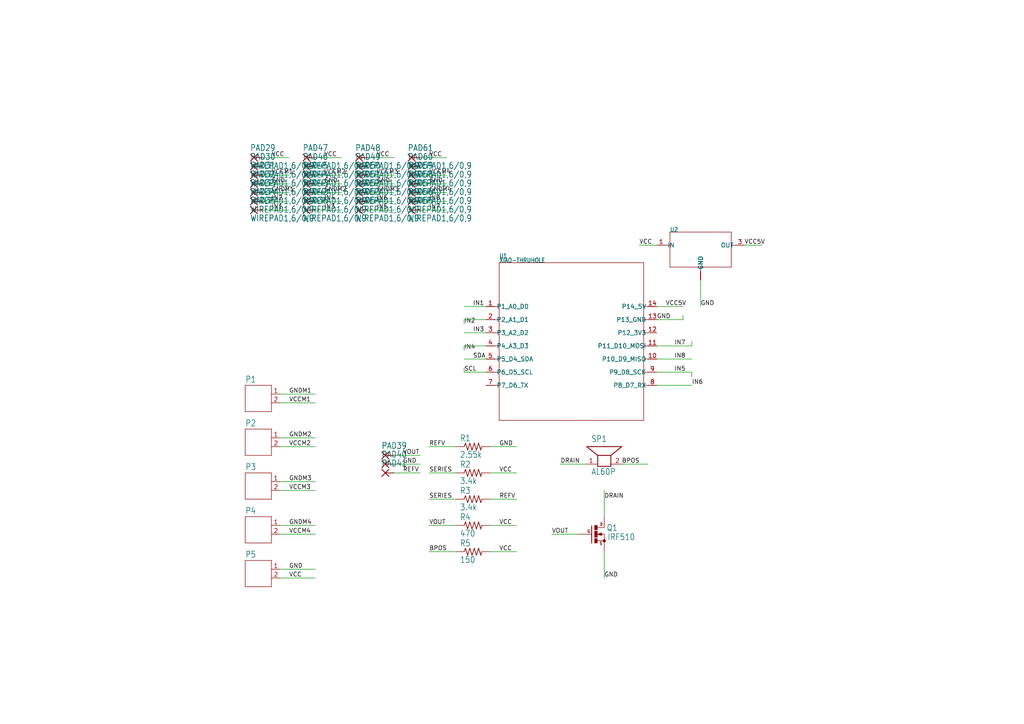
<source format=kicad_sch>
(kicad_sch (version 20230121) (generator eeschema)
  (paper "A4")
  (lib_symbols
    (symbol "uTerreSoRo_v4.1_bigger_pads_RSC-eagle-import:1,6/0,8"
      (property "Reference" "PAD" (at -1.143 1.8542 0))
      (symbol "1,6/0,8_1_0"
        (polyline (pts (xy -1.016 -1.016) (xy 1.016 1.016)) (stroke (width 0.254)))
        (polyline (pts (xy -1.016 1.016) (xy 1.016 -1.016)) (stroke (width 0.254)))
        (pin passive line (at 2.54 0 180) (length 2.54) (name "P") (number "1"))
      )
    )
    (symbol "uTerreSoRo_v4.1_bigger_pads_RSC-eagle-import:AL60P"
      (property "Reference" "SP" (at -3.81 6.35 0))
      (symbol "AL60P_1_0"
        (polyline (pts (xy -2.54 0) (xy -1.905 0)) (stroke (width 0.1524)))
        (polyline (pts (xy -1.905 -0.635) (xy -1.905 0)) (stroke (width 0.254)))
        (polyline (pts (xy -1.905 -0.635) (xy 1.905 -0.635)) (stroke (width 0.254)))
        (polyline (pts (xy -1.905 0) (xy -1.905 2.54)) (stroke (width 0.254)))
        (polyline (pts (xy -1.905 2.54) (xy -5.08 5.08)) (stroke (width 0.254)))
        (polyline (pts (xy 1.905 -0.635) (xy 1.905 0)) (stroke (width 0.254)))
        (polyline (pts (xy 1.905 0) (xy 1.905 2.54)) (stroke (width 0.254)))
        (polyline (pts (xy 1.905 2.54) (xy -1.905 2.54)) (stroke (width 0.254)))
        (polyline (pts (xy 1.905 2.54) (xy 5.08 5.08)) (stroke (width 0.254)))
        (polyline (pts (xy 2.54 0) (xy 1.905 0)) (stroke (width 0.1524)))
        (polyline (pts (xy 5.08 5.08) (xy -5.08 5.08)) (stroke (width 0.254)))
        (pin passive line (at -5.08 0 0) (length 2.54) (name "1") (number "1"))
        (pin passive line (at 5.08 0 180) (length 2.54) (name "2") (number "2"))
      )
    )
    (symbol "uTerreSoRo_v4.1_bigger_pads_RSC-eagle-import:IRF510"
      (property "Reference" "Q" (at 3.175 0.889 0))
      (symbol "IRF510_1_0"
        (rectangle (start -0.254 -2.54) (end 0.508 -1.27) (fill (type outline)))
        (rectangle (start -0.254 -0.889) (end 0.508 0.889) (fill (type outline)))
        (rectangle (start -0.254 1.27) (end 0.508 2.54) (fill (type outline)))
        (polyline (pts (xy -1.1176 0) (xy -2.54 0)) (stroke (width 0.1524)))
        (polyline (pts (xy -1.1176 0) (xy -1.1176 -2.54)) (stroke (width 0.254)))
        (polyline (pts (xy -1.1176 2.413) (xy -1.1176 0)) (stroke (width 0.254)))
        (polyline (pts (xy 0.508 -1.905) (xy 2.54 -1.905)) (stroke (width 0.1524)))
        (polyline (pts (xy 0.508 0) (xy 1.143 0)) (stroke (width 0.1524)))
        (polyline (pts (xy 0.508 0) (xy 1.778 0.381)) (stroke (width 0.1524)))
        (polyline (pts (xy 1.143 0) (xy 1.651 -0.127)) (stroke (width 0.3048)))
        (polyline (pts (xy 1.143 0) (xy 2.54 0)) (stroke (width 0.1524)))
        (polyline (pts (xy 1.651 0.127) (xy 1.143 0)) (stroke (width 0.3048)))
        (polyline (pts (xy 1.778 -0.381) (xy 0.508 0)) (stroke (width 0.1524)))
        (polyline (pts (xy 1.778 0.381) (xy 1.778 -0.381)) (stroke (width 0.1524)))
        (polyline (pts (xy 2.54 -1.905) (xy 2.54 -2.54)) (stroke (width 0.1524)))
        (polyline (pts (xy 2.54 0) (xy 2.54 -1.905)) (stroke (width 0.1524)))
        (polyline (pts (xy 2.54 1.905) (xy 0.5334 1.905)) (stroke (width 0.1524)))
        (polyline (pts (xy 2.54 2.54) (xy 2.54 1.905)) (stroke (width 0.1524)))
        (circle (center 2.54 -1.905) (radius 0.254) (stroke (width 0.4064)))
        (text "D" (at 1.27 2.413 0) (effects (font (size 0.8128 0.6908)) (justify left bottom)))
        (text "G" (at -2.413 0.381 0) (effects (font (size 0.8128 0.6908)) (justify left bottom)))
        (text "S" (at 1.143 -3.175 0) (effects (font (size 0.8128 0.6908)) (justify left bottom)))
        (pin passive line (at 2.54 -5.08 90) (length 2.54) (name "S") (number "1"))
        (pin passive line (at 2.54 5.08 270) (length 2.54) (name "D") (number "2"))
        (pin passive line (at -5.08 0 0) (length 2.54) (name "G") (number "3"))
      )
    )
    (symbol "uTerreSoRo_v4.1_bigger_pads_RSC-eagle-import:JST-PH2"
      (property "Reference" "P" (at -2.54 3.302 0))
      (symbol "JST-PH2_1_0"
        (polyline (pts (xy -2.54 -5.08) (xy 5.08 -5.08)) (stroke (width 0.1524)))
        (polyline (pts (xy -2.54 2.54) (xy -2.54 -5.08)) (stroke (width 0.1524)))
        (polyline (pts (xy 5.08 -5.08) (xy 5.08 2.54)) (stroke (width 0.1524)))
        (polyline (pts (xy 5.08 2.54) (xy -2.54 2.54)) (stroke (width 0.1524)))
        (pin passive line (at 7.62 0 180) (length 2.54) (name "1") (number "1"))
        (pin passive line (at 7.62 -2.54 180) (length 2.54) (name "2") (number "2"))
      )
    )
    (symbol "uTerreSoRo_v4.1_bigger_pads_RSC-eagle-import:PMIC-ST-L7805CV(TO-220)"
      (property "Reference" "U" (at -8.89 6.35 0))
      (symbol "PMIC-ST-L7805CV(TO-220)_1_0"
        (polyline (pts (xy -10.16 2.54) (xy -8.89 2.54)) (stroke (width 0.1524)))
        (polyline (pts (xy -8.89 -3.81) (xy -8.89 2.54)) (stroke (width 0.1524)))
        (polyline (pts (xy -8.89 2.54) (xy -8.89 6.35)) (stroke (width 0.1524)))
        (polyline (pts (xy -8.89 6.35) (xy 8.89 6.35)) (stroke (width 0.1524)))
        (polyline (pts (xy 0 -5.08) (xy 0 -3.81)) (stroke (width 0.1524)))
        (polyline (pts (xy 0 -3.81) (xy -8.89 -3.81)) (stroke (width 0.1524)))
        (polyline (pts (xy 8.89 -3.81) (xy 0 -3.81)) (stroke (width 0.1524)))
        (polyline (pts (xy 8.89 2.54) (xy 8.89 -3.81)) (stroke (width 0.1524)))
        (polyline (pts (xy 8.89 6.35) (xy 8.89 2.54)) (stroke (width 0.1524)))
        (polyline (pts (xy 10.16 2.54) (xy 8.89 2.54)) (stroke (width 0.1524)))
        (pin bidirectional line (at -12.7 2.54 0) (length 2.54) (name "IN") (number "1"))
        (pin bidirectional line (at 0 -7.62 90) (length 2.54) (name "GND") (number "2"))
        (pin bidirectional line (at 12.7 2.54 180) (length 2.54) (name "OUT") (number "3"))
        (pin bidirectional line (at 0 -7.62 90) (length 2.54) (name "GND") (number "HEAT"))
      )
    )
    (symbol "uTerreSoRo_v4.1_bigger_pads_RSC-eagle-import:R-US_0204/7"
      (property "Reference" "R" (at -3.81 1.4986 0))
      (symbol "R-US_0204/7_1_0"
        (polyline (pts (xy -2.54 0) (xy -2.159 1.016)) (stroke (width 0.2032)))
        (polyline (pts (xy -2.159 1.016) (xy -1.524 -1.016)) (stroke (width 0.2032)))
        (polyline (pts (xy -1.524 -1.016) (xy -0.889 1.016)) (stroke (width 0.2032)))
        (polyline (pts (xy -0.889 1.016) (xy -0.254 -1.016)) (stroke (width 0.2032)))
        (polyline (pts (xy -0.254 -1.016) (xy 0.381 1.016)) (stroke (width 0.2032)))
        (polyline (pts (xy 0.381 1.016) (xy 1.016 -1.016)) (stroke (width 0.2032)))
        (polyline (pts (xy 1.016 -1.016) (xy 1.651 1.016)) (stroke (width 0.2032)))
        (polyline (pts (xy 1.651 1.016) (xy 2.286 -1.016)) (stroke (width 0.2032)))
        (polyline (pts (xy 2.286 -1.016) (xy 2.54 0)) (stroke (width 0.2032)))
        (pin passive line (at -5.08 0 0) (length 2.54) (name "1") (number "1"))
        (pin passive line (at 5.08 0 180) (length 2.54) (name "2") (number "2"))
      )
    )
    (symbol "uTerreSoRo_v4.1_bigger_pads_RSC-eagle-import:WIREPAD1,6/0,9"
      (property "Reference" "PAD" (at -1.143 1.8542 0))
      (symbol "WIREPAD1,6/0,9_1_0"
        (polyline (pts (xy -1.016 -1.016) (xy 1.016 1.016)) (stroke (width 0.254)))
        (polyline (pts (xy -1.016 1.016) (xy 1.016 -1.016)) (stroke (width 0.254)))
        (pin passive line (at 2.54 0 180) (length 2.54) (name "P") (number "1"))
      )
    )
    (symbol "uTerreSoRo_v4.1_bigger_pads_RSC-eagle-import:XIAO-THRUHOLE"
      (property "Reference" "U" (at -20.32 24.13 0))
      (symbol "XIAO-THRUHOLE_1_0"
        (polyline (pts (xy -20.32 -22.86) (xy -2.54 -22.86)) (stroke (width 0.1524)))
        (polyline (pts (xy -20.32 -12.7) (xy -21.59 -12.7)) (stroke (width 0.1524)))
        (polyline (pts (xy -20.32 -12.7) (xy -20.32 -22.86)) (stroke (width 0.1524)))
        (polyline (pts (xy -20.32 -8.89) (xy -21.59 -8.89)) (stroke (width 0.1524)))
        (polyline (pts (xy -20.32 -5.08) (xy -21.59 -5.08)) (stroke (width 0.1524)))
        (polyline (pts (xy -20.32 -1.27) (xy -21.59 -1.27)) (stroke (width 0.1524)))
        (polyline (pts (xy -20.32 2.54) (xy -21.59 2.54)) (stroke (width 0.1524)))
        (polyline (pts (xy -20.32 2.54) (xy -20.32 -12.7)) (stroke (width 0.1524)))
        (polyline (pts (xy -20.32 6.35) (xy -21.59 6.35)) (stroke (width 0.1524)))
        (polyline (pts (xy -20.32 6.35) (xy -20.32 2.54)) (stroke (width 0.1524)))
        (polyline (pts (xy -20.32 10.16) (xy -21.59 10.16)) (stroke (width 0.1524)))
        (polyline (pts (xy -20.32 10.16) (xy -20.32 6.35)) (stroke (width 0.1524)))
        (polyline (pts (xy -20.32 22.86) (xy -20.32 10.16)) (stroke (width 0.1524)))
        (polyline (pts (xy -5.08 22.86) (xy -20.32 22.86)) (stroke (width 0.1524)))
        (polyline (pts (xy -2.54 -22.86) (xy 5.08 -22.86)) (stroke (width 0.1524)))
        (polyline (pts (xy -1.27 22.86) (xy -5.08 22.86)) (stroke (width 0.1524)))
        (polyline (pts (xy 2.54 22.86) (xy -1.27 22.86)) (stroke (width 0.1524)))
        (polyline (pts (xy 5.08 -22.86) (xy 21.59 -22.86)) (stroke (width 0.1524)))
        (polyline (pts (xy 6.35 22.86) (xy 2.54 22.86)) (stroke (width 0.1524)))
        (polyline (pts (xy 21.59 -22.86) (xy 21.59 22.86)) (stroke (width 0.1524)))
        (polyline (pts (xy 21.59 22.86) (xy 6.35 22.86)) (stroke (width 0.1524)))
        (polyline (pts (xy 22.86 -12.7) (xy 21.59 -12.7)) (stroke (width 0.1524)))
        (polyline (pts (xy 22.86 -8.89) (xy 21.59 -8.89)) (stroke (width 0.1524)))
        (polyline (pts (xy 22.86 -5.08) (xy 21.59 -5.08)) (stroke (width 0.1524)))
        (polyline (pts (xy 22.86 -1.27) (xy 21.59 -1.27)) (stroke (width 0.1524)))
        (polyline (pts (xy 22.86 2.54) (xy 21.59 2.54)) (stroke (width 0.1524)))
        (polyline (pts (xy 22.86 6.35) (xy 21.59 6.35)) (stroke (width 0.1524)))
        (polyline (pts (xy 22.86 10.16) (xy 21.59 10.16)) (stroke (width 0.1524)))
        (pin bidirectional line (at -24.13 10.16 0) (length 2.54) (name "P1_A0_D0") (number "1"))
        (pin bidirectional line (at 25.4 -5.08 180) (length 2.54) (name "P10_D9_MISO") (number "10"))
        (pin bidirectional line (at 25.4 -1.27 180) (length 2.54) (name "P11_D10_MOSI") (number "11"))
        (pin bidirectional line (at 25.4 2.54 180) (length 2.54) (name "P12_3V3") (number "12"))
        (pin bidirectional line (at 25.4 6.35 180) (length 2.54) (name "P13_GND") (number "13"))
        (pin bidirectional line (at 25.4 10.16 180) (length 2.54) (name "P14_5V") (number "14"))
        (pin bidirectional line (at -24.13 6.35 0) (length 2.54) (name "P2_A1_D1") (number "2"))
        (pin bidirectional line (at -24.13 2.54 0) (length 2.54) (name "P3_A2_D2") (number "3"))
        (pin bidirectional line (at -24.13 -1.27 0) (length 2.54) (name "P4_A3_D3") (number "4"))
        (pin bidirectional line (at -24.13 -5.08 0) (length 2.54) (name "P5_D4_SDA") (number "5"))
        (pin bidirectional line (at -24.13 -8.89 0) (length 2.54) (name "P6_D5_SCL") (number "6"))
        (pin bidirectional line (at -24.13 -12.7 0) (length 2.54) (name "P7_D6_TX") (number "7"))
        (pin bidirectional line (at 25.4 -12.7 180) (length 2.54) (name "P8_D7_RX") (number "8"))
        (pin bidirectional line (at 25.4 -8.89 180) (length 2.54) (name "P9_D8_SCK") (number "9"))
      )
    )
  )
  (wire (pts (xy 132.08 152.4) (xy 124.46 152.4)) (stroke (width 0.1524)))
  (wire (pts (xy 198.12 92.71) (xy 198.12 91.44)) (stroke (width 0.1524)))
  (wire (pts (xy 203.2 81.28) (xy 203.2 88.9)) (stroke (width 0.1524)))
  (wire (pts (xy 81.28 165.1) (xy 91.44 165.1)) (stroke (width 0.1524)))
  (wire (pts (xy 76.2 50.8) (xy 83.82 50.8)) (stroke (width 0.1524)))
  (wire (pts (xy 140.97 104.14) (xy 134.62 104.14)) (stroke (width 0.1524)))
  (wire (pts (xy 190.5 100.33) (xy 200.66 100.33)) (stroke (width 0.1524)))
  (wire (pts (xy 121.92 50.8) (xy 129.54 50.8)) (stroke (width 0.1524)))
  (wire (pts (xy 106.68 55.88) (xy 114.3 55.88)) (stroke (width 0.1524)))
  (wire (pts (xy 134.62 92.71) (xy 134.62 93.98)) (stroke (width 0.1524)))
  (wire (pts (xy 140.97 107.95) (xy 134.62 107.95)) (stroke (width 0.1524)))
  (wire (pts (xy 114.3 137.16) (xy 121.92 137.16)) (stroke (width 0.1524)))
  (wire (pts (xy 81.28 127) (xy 91.44 127)) (stroke (width 0.1524)))
  (wire (pts (xy 121.92 58.42) (xy 129.54 58.42)) (stroke (width 0.1524)))
  (wire (pts (xy 132.08 129.54) (xy 124.46 129.54)) (stroke (width 0.1524)))
  (wire (pts (xy 81.28 154.94) (xy 91.44 154.94)) (stroke (width 0.1524)))
  (wire (pts (xy 170.18 134.62) (xy 162.56 134.62)) (stroke (width 0.1524)))
  (wire (pts (xy 121.92 53.34) (xy 129.54 53.34)) (stroke (width 0.1524)))
  (wire (pts (xy 106.68 60.96) (xy 114.3 60.96)) (stroke (width 0.1524)))
  (wire (pts (xy 106.68 53.34) (xy 114.3 53.34)) (stroke (width 0.1524)))
  (wire (pts (xy 91.44 45.72) (xy 99.06 45.72)) (stroke (width 0.1524)))
  (wire (pts (xy 140.97 92.71) (xy 134.62 92.71)) (stroke (width 0.1524)))
  (wire (pts (xy 76.2 45.72) (xy 83.82 45.72)) (stroke (width 0.1524)))
  (wire (pts (xy 121.92 60.96) (xy 129.54 60.96)) (stroke (width 0.1524)))
  (wire (pts (xy 81.28 142.24) (xy 91.44 142.24)) (stroke (width 0.1524)))
  (wire (pts (xy 190.5 104.14) (xy 200.66 104.14)) (stroke (width 0.1524)))
  (wire (pts (xy 142.24 144.78) (xy 149.86 144.78)) (stroke (width 0.1524)))
  (wire (pts (xy 106.68 50.8) (xy 114.3 50.8)) (stroke (width 0.1524)))
  (wire (pts (xy 81.28 129.54) (xy 91.44 129.54)) (stroke (width 0.1524)))
  (wire (pts (xy 121.92 55.88) (xy 129.54 55.88)) (stroke (width 0.1524)))
  (wire (pts (xy 76.2 58.42) (xy 83.82 58.42)) (stroke (width 0.1524)))
  (wire (pts (xy 142.24 137.16) (xy 149.86 137.16)) (stroke (width 0.1524)))
  (wire (pts (xy 91.44 55.88) (xy 99.06 55.88)) (stroke (width 0.1524)))
  (wire (pts (xy 190.5 71.12) (xy 185.42 71.12)) (stroke (width 0.1524)))
  (wire (pts (xy 132.08 144.78) (xy 124.46 144.78)) (stroke (width 0.1524)))
  (wire (pts (xy 106.68 58.42) (xy 114.3 58.42)) (stroke (width 0.1524)))
  (wire (pts (xy 81.28 152.4) (xy 91.44 152.4)) (stroke (width 0.1524)))
  (wire (pts (xy 175.26 160.02) (xy 175.26 167.64)) (stroke (width 0.1524)))
  (wire (pts (xy 132.08 160.02) (xy 124.46 160.02)) (stroke (width 0.1524)))
  (wire (pts (xy 81.28 139.7) (xy 91.44 139.7)) (stroke (width 0.1524)))
  (wire (pts (xy 134.62 107.95) (xy 134.62 106.68)) (stroke (width 0.1524)))
  (wire (pts (xy 134.62 88.9) (xy 140.97 88.9)) (stroke (width 0.1524)))
  (wire (pts (xy 91.44 53.34) (xy 99.06 53.34)) (stroke (width 0.1524)))
  (wire (pts (xy 142.24 152.4) (xy 149.86 152.4)) (stroke (width 0.1524)))
  (wire (pts (xy 200.66 107.95) (xy 200.66 109.22)) (stroke (width 0.1524)))
  (wire (pts (xy 76.2 60.96) (xy 83.82 60.96)) (stroke (width 0.1524)))
  (wire (pts (xy 81.28 116.84) (xy 91.44 116.84)) (stroke (width 0.1524)))
  (wire (pts (xy 91.44 60.96) (xy 99.06 60.96)) (stroke (width 0.1524)))
  (wire (pts (xy 167.64 154.94) (xy 160.02 154.94)) (stroke (width 0.1524)))
  (wire (pts (xy 175.26 149.86) (xy 175.26 142.24)) (stroke (width 0.1524)))
  (wire (pts (xy 142.24 160.02) (xy 149.86 160.02)) (stroke (width 0.1524)))
  (wire (pts (xy 180.34 134.62) (xy 187.96 134.62)) (stroke (width 0.1524)))
  (wire (pts (xy 190.5 88.9) (xy 198.12 88.9)) (stroke (width 0.1524)))
  (wire (pts (xy 142.24 129.54) (xy 149.86 129.54)) (stroke (width 0.1524)))
  (wire (pts (xy 81.28 167.64) (xy 91.44 167.64)) (stroke (width 0.1524)))
  (wire (pts (xy 106.68 45.72) (xy 114.3 45.72)) (stroke (width 0.1524)))
  (wire (pts (xy 132.08 137.16) (xy 124.46 137.16)) (stroke (width 0.1524)))
  (wire (pts (xy 121.92 45.72) (xy 129.54 45.72)) (stroke (width 0.1524)))
  (wire (pts (xy 134.62 100.33) (xy 134.62 101.6)) (stroke (width 0.1524)))
  (wire (pts (xy 215.9 71.12) (xy 220.98 71.12)) (stroke (width 0.1524)))
  (wire (pts (xy 91.44 50.8) (xy 99.06 50.8)) (stroke (width 0.1524)))
  (wire (pts (xy 140.97 100.33) (xy 134.62 100.33)) (stroke (width 0.1524)))
  (wire (pts (xy 200.66 100.33) (xy 200.66 99.06)) (stroke (width 0.1524)))
  (wire (pts (xy 190.5 107.95) (xy 200.66 107.95)) (stroke (width 0.1524)))
  (wire (pts (xy 81.28 114.3) (xy 91.44 114.3)) (stroke (width 0.1524)))
  (wire (pts (xy 190.5 92.71) (xy 198.12 92.71)) (stroke (width 0.1524)))
  (wire (pts (xy 76.2 55.88) (xy 83.82 55.88)) (stroke (width 0.1524)))
  (wire (pts (xy 114.3 134.62) (xy 121.92 134.62)) (stroke (width 0.1524)))
  (wire (pts (xy 76.2 53.34) (xy 83.82 53.34)) (stroke (width 0.1524)))
  (wire (pts (xy 91.44 58.42) (xy 99.06 58.42)) (stroke (width 0.1524)))
  (wire (pts (xy 114.3 132.08) (xy 121.92 132.08)) (stroke (width 0.1524)))
  (wire (pts (xy 140.97 96.52) (xy 134.62 96.52)) (stroke (width 0.1524)))
  (wire (pts (xy 190.5 111.76) (xy 200.66 111.76)) (stroke (width 0.1524)))
  (label "VCCM2" (at 83.82 129.54 0) (effects (font (size 1.2446 1.2446))))
  (label "VCC5V" (at 215.9 71.12 0) (effects (font (size 1.2446 1.2446))))
  (label "SCL" (at 134.62 107.95 0) (effects (font (size 1.2446 1.2446))))
  (label "IN6" (at 200.66 111.76 0) (effects (font (size 1.2446 1.2446))))
  (label "GNDM1" (at 78.74 55.88 0) (effects (font (size 1.2446 1.2446))))
  (label "GND" (at 203.2 88.9 0) (effects (font (size 1.2446 1.2446))))
  (label "IN4" (at 134.62 101.6 0) (effects (font (size 1.2446 1.2446))))
  (label "GND" (at 116.84 134.62 0) (effects (font (size 1.2446 1.2446))))
  (label "GND" (at 83.82 165.1 0) (effects (font (size 1.2446 1.2446))))
  (label "GNDM4" (at 124.46 55.88 0) (effects (font (size 1.2446 1.2446))))
  (label "GND" (at 190.5 92.71 0) (effects (font (size 1.2446 1.2446))))
  (label "IN7" (at 124.46 60.96 0) (effects (font (size 1.2446 1.2446))))
  (label "GND" (at 175.26 167.64 0) (effects (font (size 1.2446 1.2446))))
  (label "IN6" (at 109.22 58.42 0) (effects (font (size 1.2446 1.2446))))
  (label "BPOS" (at 180.34 134.62 0) (effects (font (size 1.2446 1.2446))))
  (label "VCC" (at 83.82 167.64 0) (effects (font (size 1.2446 1.2446))))
  (label "VOUT" (at 124.46 152.4 0) (effects (font (size 1.2446 1.2446))))
  (label "GNDM4" (at 83.82 152.4 0) (effects (font (size 1.2446 1.2446))))
  (label "VCCM4" (at 83.82 154.94 0) (effects (font (size 1.2446 1.2446))))
  (label "IN1" (at 137.16 88.9 0) (effects (font (size 1.2446 1.2446))))
  (label "IN2" (at 78.74 58.42 0) (effects (font (size 1.2446 1.2446))))
  (label "DRAIN" (at 175.26 144.78 0) (effects (font (size 1.2446 1.2446))))
  (label "GND" (at 124.46 53.34 0) (effects (font (size 1.2446 1.2446))))
  (label "VCC" (at 124.46 45.72 0) (effects (font (size 1.2446 1.2446))))
  (label "IN3" (at 137.16 96.52 0) (effects (font (size 1.2446 1.2446))))
  (label "GND" (at 93.98 53.34 0) (effects (font (size 1.2446 1.2446))))
  (label "BPOS" (at 124.46 160.02 0) (effects (font (size 1.2446 1.2446))))
  (label "IN3" (at 93.98 60.96 0) (effects (font (size 1.2446 1.2446))))
  (label "VCC" (at 78.74 45.72 0) (effects (font (size 1.2446 1.2446))))
  (label "GND" (at 78.74 53.34 0) (effects (font (size 1.2446 1.2446))))
  (label "GNDM2" (at 93.98 55.88 0) (effects (font (size 1.2446 1.2446))))
  (label "IN2" (at 134.62 93.98 0) (effects (font (size 1.2446 1.2446))))
  (label "VCCM1" (at 78.74 50.8 0) (effects (font (size 1.2446 1.2446))))
  (label "GNDM1" (at 83.82 114.3 0) (effects (font (size 1.2446 1.2446))))
  (label "VCC" (at 144.78 137.16 0) (effects (font (size 1.2446 1.2446))))
  (label "SERIES" (at 124.46 137.16 0) (effects (font (size 1.2446 1.2446))))
  (label "VCCM2" (at 93.98 50.8 0) (effects (font (size 1.2446 1.2446))))
  (label "VOUT" (at 160.02 154.94 0) (effects (font (size 1.2446 1.2446))))
  (label "GND" (at 144.78 129.54 0) (effects (font (size 1.2446 1.2446))))
  (label "IN8" (at 124.46 58.42 0) (effects (font (size 1.2446 1.2446))))
  (label "VCC" (at 185.42 71.12 0) (effects (font (size 1.2446 1.2446))))
  (label "IN4" (at 93.98 58.42 0) (effects (font (size 1.2446 1.2446))))
  (label "GNDM3" (at 83.82 139.7 0) (effects (font (size 1.2446 1.2446))))
  (label "VCCM4" (at 124.46 50.8 0) (effects (font (size 1.2446 1.2446))))
  (label "REFV" (at 124.46 129.54 0) (effects (font (size 1.2446 1.2446))))
  (label "VCC" (at 93.98 45.72 0) (effects (font (size 1.2446 1.2446))))
  (label "REFV" (at 144.78 144.78 0) (effects (font (size 1.2446 1.2446))))
  (label "VCC" (at 144.78 160.02 0) (effects (font (size 1.2446 1.2446))))
  (label "SDA" (at 137.16 104.14 0) (effects (font (size 1.2446 1.2446))))
  (label "GNDM3" (at 109.22 55.88 0) (effects (font (size 1.2446 1.2446))))
  (label "IN7" (at 195.58 100.33 0) (effects (font (size 1.2446 1.2446))))
  (label "IN5" (at 109.22 60.96 0) (effects (font (size 1.2446 1.2446))))
  (label "VCCM3" (at 83.82 142.24 0) (effects (font (size 1.2446 1.2446))))
  (label "IN1" (at 78.74 60.96 0) (effects (font (size 1.2446 1.2446))))
  (label "VCCM1" (at 83.82 116.84 0) (effects (font (size 1.2446 1.2446))))
  (label "VOUT" (at 116.84 132.08 0) (effects (font (size 1.2446 1.2446))))
  (label "GNDM2" (at 83.82 127 0) (effects (font (size 1.2446 1.2446))))
  (label "REFV" (at 116.84 137.16 0) (effects (font (size 1.2446 1.2446))))
  (label "VCC5V" (at 193.04 88.9 0) (effects (font (size 1.2446 1.2446))))
  (label "SERIES" (at 124.46 144.78 0) (effects (font (size 1.2446 1.2446))))
  (label "VCCM3" (at 109.22 50.8 0) (effects (font (size 1.2446 1.2446))))
  (label "IN8" (at 195.58 104.14 0) (effects (font (size 1.2446 1.2446))))
  (label "GND" (at 109.22 53.34 0) (effects (font (size 1.2446 1.2446))))
  (label "VCC" (at 109.22 45.72 0) (effects (font (size 1.2446 1.2446))))
  (label "VCC" (at 144.78 152.4 0) (effects (font (size 1.2446 1.2446))))
  (label "IN5" (at 195.58 107.95 0) (effects (font (size 1.2446 1.2446))))
  (label "DRAIN" (at 162.56 134.62 0) (effects (font (size 1.2446 1.2446))))
  (symbol (lib_id "uTerreSoRo_v4.1_bigger_pads_RSC-eagle-import:WIREPAD1,6/0,9") (at 73.66 55.88 0) (unit 1)
    (property "Reference" "PAD33" (at 72.517 54.0258 0) (effects (font (size 1.778 1.5113)) (justify left bottom)))
    (property "Value" "WIREPAD1,6/0,9" (at 72.517 59.182 0) (effects (font (size 1.778 1.5113)) (justify left bottom)))
    (property "Footprint" "uTerreSoRo_v4.1_bigger_pads_RSC:1,6_0,9" (effects hide))
  )
  (symbol (lib_id "uTerreSoRo_v4.1_bigger_pads_RSC-eagle-import:WIREPAD1,6/0,9") (at 73.66 48.26 0) (unit 1)
    (property "Reference" "PAD30" (at 72.517 46.4058 0) (effects (font (size 1.778 1.5113)) (justify left bottom)))
    (property "Value" "WIREPAD1,6/0,9" (at 72.517 51.562 0) (effects (font (size 1.778 1.5113)) (justify left bottom)))
    (property "Footprint" "uTerreSoRo_v4.1_bigger_pads_RSC:1,6_0,9" (effects hide))
  )
  (symbol (lib_id "uTerreSoRo_v4.1_bigger_pads_RSC-eagle-import:WIREPAD1,6/0,9") (at 104.14 48.26 0) (unit 1)
    (property "Reference" "PAD49" (at 102.997 46.4058 0) (effects (font (size 1.778 1.5113)) (justify left bottom)))
    (property "Value" "WIREPAD1,6/0,9" (at 102.997 51.562 0) (effects (font (size 1.778 1.5113)) (justify left bottom)))
    (property "Footprint" "uTerreSoRo_v4.1_bigger_pads_RSC:1,6_0,9" (effects hide))
  )
  (symbol (lib_id "uTerreSoRo_v4.1_bigger_pads_RSC-eagle-import:WIREPAD1,6/0,9") (at 88.9 60.96 0) (unit 1)
    (property "Reference" "PAD36" (at 87.757 59.1058 0) (effects (font (size 1.778 1.5113)) (justify left bottom)))
    (property "Value" "WIREPAD1,6/0,9" (at 87.757 64.262 0) (effects (font (size 1.778 1.5113)) (justify left bottom)))
    (property "Footprint" "uTerreSoRo_v4.1_bigger_pads_RSC:1,6_0,9" (effects hide))
  )
  (symbol (lib_id "uTerreSoRo_v4.1_bigger_pads_RSC-eagle-import:WIREPAD1,6/0,9") (at 73.66 50.8 0) (unit 1)
    (property "Reference" "PAD31" (at 72.517 48.9458 0) (effects (font (size 1.778 1.5113)) (justify left bottom)))
    (property "Value" "WIREPAD1,6/0,9" (at 72.517 54.102 0) (effects (font (size 1.778 1.5113)) (justify left bottom)))
    (property "Footprint" "uTerreSoRo_v4.1_bigger_pads_RSC:1,6_0,9" (effects hide))
  )
  (symbol (lib_id "uTerreSoRo_v4.1_bigger_pads_RSC-eagle-import:WIREPAD1,6/0,9") (at 73.66 53.34 0) (unit 1)
    (property "Reference" "PAD32" (at 72.517 51.4858 0) (effects (font (size 1.778 1.5113)) (justify left bottom)))
    (property "Value" "WIREPAD1,6/0,9" (at 72.517 56.642 0) (effects (font (size 1.778 1.5113)) (justify left bottom)))
    (property "Footprint" "uTerreSoRo_v4.1_bigger_pads_RSC:1,6_0,9" (effects hide))
  )
  (symbol (lib_id "uTerreSoRo_v4.1_bigger_pads_RSC-eagle-import:R-US_0204/7") (at 137.16 144.78 0) (unit 1)
    (property "Reference" "R3" (at 133.35 143.2814 0) (effects (font (size 1.778 1.5113)) (justify left bottom)))
    (property "Value" "3.4k" (at 133.35 148.082 0) (effects (font (size 1.778 1.5113)) (justify left bottom)))
    (property "Footprint" "uTerreSoRo_v4.1_bigger_pads_RSC:0204_7" (effects hide))
  )
  (symbol (lib_id "uTerreSoRo_v4.1_bigger_pads_RSC-eagle-import:JST-PH2") (at 73.66 127 0) (unit 1)
    (property "Reference" "P2" (at 71.12 123.698 0) (effects (font (size 1.778 1.5113)) (justify left bottom)))
    (property "Value" "JST-PH2" (effects hide))
    (property "Footprint" "uTerreSoRo_v4.1_bigger_pads_RSC:JST-PH2" (effects hide))
  )
  (symbol (lib_id "uTerreSoRo_v4.1_bigger_pads_RSC-eagle-import:JST-PH2") (at 73.66 139.7 0) (unit 1)
    (property "Reference" "P3" (at 71.12 136.398 0) (effects (font (size 1.778 1.5113)) (justify left bottom)))
    (property "Value" "JST-PH2" (effects hide))
    (property "Footprint" "uTerreSoRo_v4.1_bigger_pads_RSC:JST-PH2" (effects hide))
  )
  (symbol (lib_id "uTerreSoRo_v4.1_bigger_pads_RSC-eagle-import:WIREPAD1,6/0,9") (at 104.14 55.88 0) (unit 1)
    (property "Reference" "PAD52" (at 102.997 54.0258 0) (effects (font (size 1.778 1.5113)) (justify left bottom)))
    (property "Value" "WIREPAD1,6/0,9" (at 102.997 59.182 0) (effects (font (size 1.778 1.5113)) (justify left bottom)))
    (property "Footprint" "uTerreSoRo_v4.1_bigger_pads_RSC:1,6_0,9" (effects hide))
  )
  (symbol (lib_id "uTerreSoRo_v4.1_bigger_pads_RSC-eagle-import:JST-PH2") (at 73.66 114.3 0) (unit 1)
    (property "Reference" "P1" (at 71.12 110.998 0) (effects (font (size 1.778 1.5113)) (justify left bottom)))
    (property "Value" "JST-PH2" (effects hide))
    (property "Footprint" "uTerreSoRo_v4.1_bigger_pads_RSC:JST-PH2" (effects hide))
  )
  (symbol (lib_id "uTerreSoRo_v4.1_bigger_pads_RSC-eagle-import:AL60P") (at 175.26 134.62 0) (unit 1)
    (property "Reference" "SP1" (at 171.45 128.27 0) (effects (font (size 1.778 1.5113)) (justify left bottom)))
    (property "Value" "AL60P" (at 171.45 137.795 0) (effects (font (size 1.778 1.5113)) (justify left bottom)))
    (property "Footprint" "uTerreSoRo_v4.1_bigger_pads_RSC:AL60P" (effects hide))
  )
  (symbol (lib_id "uTerreSoRo_v4.1_bigger_pads_RSC-eagle-import:WIREPAD1,6/0,9") (at 88.9 50.8 0) (unit 1)
    (property "Reference" "PAD45" (at 87.757 48.9458 0) (effects (font (size 1.778 1.5113)) (justify left bottom)))
    (property "Value" "WIREPAD1,6/0,9" (at 87.757 54.102 0) (effects (font (size 1.778 1.5113)) (justify left bottom)))
    (property "Footprint" "uTerreSoRo_v4.1_bigger_pads_RSC:1,6_0,9" (effects hide))
  )
  (symbol (lib_id "uTerreSoRo_v4.1_bigger_pads_RSC-eagle-import:WIREPAD1,6/0,9") (at 119.38 55.88 0) (unit 1)
    (property "Reference" "PAD57" (at 118.237 54.0258 0) (effects (font (size 1.778 1.5113)) (justify left bottom)))
    (property "Value" "WIREPAD1,6/0,9" (at 118.237 59.182 0) (effects (font (size 1.778 1.5113)) (justify left bottom)))
    (property "Footprint" "uTerreSoRo_v4.1_bigger_pads_RSC:1,6_0,9" (effects hide))
  )
  (symbol (lib_id "uTerreSoRo_v4.1_bigger_pads_RSC-eagle-import:WIREPAD1,6/0,9") (at 104.14 60.96 0) (unit 1)
    (property "Reference" "PAD54" (at 102.997 59.1058 0) (effects (font (size 1.778 1.5113)) (justify left bottom)))
    (property "Value" "WIREPAD1,6/0,9" (at 102.997 64.262 0) (effects (font (size 1.778 1.5113)) (justify left bottom)))
    (property "Footprint" "uTerreSoRo_v4.1_bigger_pads_RSC:1,6_0,9" (effects hide))
  )
  (symbol (lib_id "uTerreSoRo_v4.1_bigger_pads_RSC-eagle-import:WIREPAD1,6/0,9") (at 104.14 58.42 0) (unit 1)
    (property "Reference" "PAD53" (at 102.997 56.5658 0) (effects (font (size 1.778 1.5113)) (justify left bottom)))
    (property "Value" "WIREPAD1,6/0,9" (at 102.997 61.722 0) (effects (font (size 1.778 1.5113)) (justify left bottom)))
    (property "Footprint" "uTerreSoRo_v4.1_bigger_pads_RSC:1,6_0,9" (effects hide))
  )
  (symbol (lib_id "uTerreSoRo_v4.1_bigger_pads_RSC-eagle-import:PMIC-ST-L7805CV(TO-220)") (at 203.2 73.66 0) (unit 1)
    (property "Reference" "U2" (at 194.31 67.31 0) (effects (font (size 1.27 1.0795)) (justify left bottom)))
    (property "Value" "PMIC-ST-L7805CV(TO-220)" (effects hide))
    (property "Footprint" "uTerreSoRo_v4.1_bigger_pads_RSC:TO-220" (effects hide))
  )
  (symbol (lib_id "uTerreSoRo_v4.1_bigger_pads_RSC-eagle-import:WIREPAD1,6/0,9") (at 88.9 58.42 0) (unit 1)
    (property "Reference" "PAD42" (at 87.757 56.5658 0) (effects (font (size 1.778 1.5113)) (justify left bottom)))
    (property "Value" "WIREPAD1,6/0,9" (at 87.757 61.722 0) (effects (font (size 1.778 1.5113)) (justify left bottom)))
    (property "Footprint" "uTerreSoRo_v4.1_bigger_pads_RSC:1,6_0,9" (effects hide))
  )
  (symbol (lib_id "uTerreSoRo_v4.1_bigger_pads_RSC-eagle-import:JST-PH2") (at 73.66 165.1 0) (unit 1)
    (property "Reference" "P5" (at 71.12 161.798 0) (effects (font (size 1.778 1.5113)) (justify left bottom)))
    (property "Value" "JST-PH2" (effects hide))
    (property "Footprint" "uTerreSoRo_v4.1_bigger_pads_RSC:JST-PH2" (effects hide))
  )
  (symbol (lib_id "uTerreSoRo_v4.1_bigger_pads_RSC-eagle-import:WIREPAD1,6/0,9") (at 73.66 58.42 0) (unit 1)
    (property "Reference" "PAD34" (at 72.517 56.5658 0) (effects (font (size 1.778 1.5113)) (justify left bottom)))
    (property "Value" "WIREPAD1,6/0,9" (at 72.517 61.722 0) (effects (font (size 1.778 1.5113)) (justify left bottom)))
    (property "Footprint" "uTerreSoRo_v4.1_bigger_pads_RSC:1,6_0,9" (effects hide))
  )
  (symbol (lib_id "uTerreSoRo_v4.1_bigger_pads_RSC-eagle-import:IRF510") (at 172.72 154.94 0) (unit 1)
    (property "Reference" "Q1" (at 175.895 154.051 0) (effects (font (size 1.778 1.5113)) (justify left bottom)))
    (property "Value" "IRF510" (at 176.149 156.718 0) (effects (font (size 1.778 1.5113)) (justify left bottom)))
    (property "Footprint" "uTerreSoRo_v4.1_bigger_pads_RSC:TO220_ALT" (effects hide))
  )
  (symbol (lib_id "uTerreSoRo_v4.1_bigger_pads_RSC-eagle-import:JST-PH2") (at 73.66 152.4 0) (unit 1)
    (property "Reference" "P4" (at 71.12 149.098 0) (effects (font (size 1.778 1.5113)) (justify left bottom)))
    (property "Value" "JST-PH2" (effects hide))
    (property "Footprint" "uTerreSoRo_v4.1_bigger_pads_RSC:JST-PH2" (effects hide))
  )
  (symbol (lib_id "uTerreSoRo_v4.1_bigger_pads_RSC-eagle-import:WIREPAD1,6/0,9") (at 119.38 53.34 0) (unit 1)
    (property "Reference" "PAD58" (at 118.237 51.4858 0) (effects (font (size 1.778 1.5113)) (justify left bottom)))
    (property "Value" "WIREPAD1,6/0,9" (at 118.237 56.642 0) (effects (font (size 1.778 1.5113)) (justify left bottom)))
    (property "Footprint" "uTerreSoRo_v4.1_bigger_pads_RSC:1,6_0,9" (effects hide))
  )
  (symbol (lib_id "uTerreSoRo_v4.1_bigger_pads_RSC-eagle-import:WIREPAD1,6/0,9") (at 88.9 48.26 0) (unit 1)
    (property "Reference" "PAD46" (at 87.757 46.4058 0) (effects (font (size 1.778 1.5113)) (justify left bottom)))
    (property "Value" "WIREPAD1,6/0,9" (at 87.757 51.562 0) (effects (font (size 1.778 1.5113)) (justify left bottom)))
    (property "Footprint" "uTerreSoRo_v4.1_bigger_pads_RSC:1,6_0,9" (effects hide))
  )
  (symbol (lib_id "uTerreSoRo_v4.1_bigger_pads_RSC-eagle-import:WIREPAD1,6/0,9") (at 73.66 45.72 0) (unit 1)
    (property "Reference" "PAD29" (at 72.517 43.8658 0) (effects (font (size 1.778 1.5113)) (justify left bottom)))
    (property "Value" "WIREPAD1,6/0,9" (at 72.517 49.022 0) (effects (font (size 1.778 1.5113)) (justify left bottom)))
    (property "Footprint" "uTerreSoRo_v4.1_bigger_pads_RSC:1,6_0,9" (effects hide))
  )
  (symbol (lib_id "uTerreSoRo_v4.1_bigger_pads_RSC-eagle-import:1,6/0,8") (at 111.76 134.62 0) (unit 1)
    (property "Reference" "PAD40" (at 110.617 132.7658 0) (effects (font (size 1.778 1.5113)) (justify left bottom)))
    (property "Value" "1,6/0,8" (effects hide))
    (property "Footprint" "uTerreSoRo_v4.1_bigger_pads_RSC:1,6_0,8" (effects hide))
  )
  (symbol (lib_id "uTerreSoRo_v4.1_bigger_pads_RSC-eagle-import:R-US_0204/7") (at 137.16 137.16 0) (unit 1)
    (property "Reference" "R2" (at 133.35 135.6614 0) (effects (font (size 1.778 1.5113)) (justify left bottom)))
    (property "Value" "3.4k" (at 133.35 140.462 0) (effects (font (size 1.778 1.5113)) (justify left bottom)))
    (property "Footprint" "uTerreSoRo_v4.1_bigger_pads_RSC:0204_7" (effects hide))
  )
  (symbol (lib_id "uTerreSoRo_v4.1_bigger_pads_RSC-eagle-import:1,6/0,8") (at 111.76 132.08 0) (unit 1)
    (property "Reference" "PAD39" (at 110.617 130.2258 0) (effects (font (size 1.778 1.5113)) (justify left bottom)))
    (property "Value" "1,6/0,8" (effects hide))
    (property "Footprint" "uTerreSoRo_v4.1_bigger_pads_RSC:1,6_0,8" (effects hide))
  )
  (symbol (lib_id "uTerreSoRo_v4.1_bigger_pads_RSC-eagle-import:WIREPAD1,6/0,9") (at 119.38 58.42 0) (unit 1)
    (property "Reference" "PAD56" (at 118.237 56.5658 0) (effects (font (size 1.778 1.5113)) (justify left bottom)))
    (property "Value" "WIREPAD1,6/0,9" (at 118.237 61.722 0) (effects (font (size 1.778 1.5113)) (justify left bottom)))
    (property "Footprint" "uTerreSoRo_v4.1_bigger_pads_RSC:1,6_0,9" (effects hide))
  )
  (symbol (lib_id "uTerreSoRo_v4.1_bigger_pads_RSC-eagle-import:R-US_0204/7") (at 137.16 152.4 0) (unit 1)
    (property "Reference" "R4" (at 133.35 150.9014 0) (effects (font (size 1.778 1.5113)) (justify left bottom)))
    (property "Value" "470" (at 133.35 155.702 0) (effects (font (size 1.778 1.5113)) (justify left bottom)))
    (property "Footprint" "uTerreSoRo_v4.1_bigger_pads_RSC:0204_7" (effects hide))
  )
  (symbol (lib_id "uTerreSoRo_v4.1_bigger_pads_RSC-eagle-import:WIREPAD1,6/0,9") (at 104.14 45.72 0) (unit 1)
    (property "Reference" "PAD48" (at 102.997 43.8658 0) (effects (font (size 1.778 1.5113)) (justify left bottom)))
    (property "Value" "WIREPAD1,6/0,9" (at 102.997 49.022 0) (effects (font (size 1.778 1.5113)) (justify left bottom)))
    (property "Footprint" "uTerreSoRo_v4.1_bigger_pads_RSC:1,6_0,9" (effects hide))
  )
  (symbol (lib_id "uTerreSoRo_v4.1_bigger_pads_RSC-eagle-import:WIREPAD1,6/0,9") (at 104.14 53.34 0) (unit 1)
    (property "Reference" "PAD51" (at 102.997 51.4858 0) (effects (font (size 1.778 1.5113)) (justify left bottom)))
    (property "Value" "WIREPAD1,6/0,9" (at 102.997 56.642 0) (effects (font (size 1.778 1.5113)) (justify left bottom)))
    (property "Footprint" "uTerreSoRo_v4.1_bigger_pads_RSC:1,6_0,9" (effects hide))
  )
  (symbol (lib_id "uTerreSoRo_v4.1_bigger_pads_RSC-eagle-import:XIAO-THRUHOLE") (at 165.1 99.06 0) (unit 1)
    (property "Reference" "U1" (at 144.78 74.93 0) (effects (font (size 1.27 1.0795)) (justify left bottom)))
    (property "Value" "XIAO-THRUHOLE" (at 144.78 76.2 0) (effects (font (size 1.27 1.0795)) (justify left bottom)))
    (property "Footprint" "uTerreSoRo_v4.1_bigger_pads_RSC:XIAO-GENERIC-THRUHOLE-MODULE14P-2.54-21X17.8MM" (effects hide))
  )
  (symbol (lib_id "uTerreSoRo_v4.1_bigger_pads_RSC-eagle-import:WIREPAD1,6/0,9") (at 119.38 50.8 0) (unit 1)
    (property "Reference" "PAD59" (at 118.237 48.9458 0) (effects (font (size 1.778 1.5113)) (justify left bottom)))
    (property "Value" "WIREPAD1,6/0,9" (at 118.237 54.102 0) (effects (font (size 1.778 1.5113)) (justify left bottom)))
    (property "Footprint" "uTerreSoRo_v4.1_bigger_pads_RSC:1,6_0,9" (effects hide))
  )
  (symbol (lib_id "uTerreSoRo_v4.1_bigger_pads_RSC-eagle-import:R-US_0204/7") (at 137.16 160.02 0) (unit 1)
    (property "Reference" "R5" (at 133.35 158.5214 0) (effects (font (size 1.778 1.5113)) (justify left bottom)))
    (property "Value" "150" (at 133.35 163.322 0) (effects (font (size 1.778 1.5113)) (justify left bottom)))
    (property "Footprint" "uTerreSoRo_v4.1_bigger_pads_RSC:0204_7" (effects hide))
  )
  (symbol (lib_id "uTerreSoRo_v4.1_bigger_pads_RSC-eagle-import:1,6/0,8") (at 111.76 137.16 0) (unit 1)
    (property "Reference" "PAD41" (at 110.617 135.3058 0) (effects (font (size 1.778 1.5113)) (justify left bottom)))
    (property "Value" "1,6/0,8" (effects hide))
    (property "Footprint" "uTerreSoRo_v4.1_bigger_pads_RSC:1,6_0,8" (effects hide))
  )
  (symbol (lib_id "uTerreSoRo_v4.1_bigger_pads_RSC-eagle-import:R-US_0204/7") (at 137.16 129.54 0) (unit 1)
    (property "Reference" "R1" (at 133.35 128.0414 0) (effects (font (size 1.778 1.5113)) (justify left bottom)))
    (property "Value" "2.55k" (at 133.35 132.842 0) (effects (font (size 1.778 1.5113)) (justify left bottom)))
    (property "Footprint" "uTerreSoRo_v4.1_bigger_pads_RSC:0204_7" (effects hide))
  )
  (symbol (lib_id "uTerreSoRo_v4.1_bigger_pads_RSC-eagle-import:WIREPAD1,6/0,9") (at 73.66 60.96 0) (unit 1)
    (property "Reference" "PAD35" (at 72.517 59.1058 0) (effects (font (size 1.778 1.5113)) (justify left bottom)))
    (property "Value" "WIREPAD1,6/0,9" (at 72.517 64.262 0) (effects (font (size 1.778 1.5113)) (justify left bottom)))
    (property "Footprint" "uTerreSoRo_v4.1_bigger_pads_RSC:1,6_0,9" (effects hide))
  )
  (symbol (lib_id "uTerreSoRo_v4.1_bigger_pads_RSC-eagle-import:WIREPAD1,6/0,9") (at 88.9 45.72 0) (unit 1)
    (property "Reference" "PAD47" (at 87.757 43.8658 0) (effects (font (size 1.778 1.5113)) (justify left bottom)))
    (property "Value" "WIREPAD1,6/0,9" (at 87.757 49.022 0) (effects (font (size 1.778 1.5113)) (justify left bottom)))
    (property "Footprint" "uTerreSoRo_v4.1_bigger_pads_RSC:1,6_0,9" (effects hide))
  )
  (symbol (lib_id "uTerreSoRo_v4.1_bigger_pads_RSC-eagle-import:WIREPAD1,6/0,9") (at 104.14 50.8 0) (unit 1)
    (property "Reference" "PAD50" (at 102.997 48.9458 0) (effects (font (size 1.778 1.5113)) (justify left bottom)))
    (property "Value" "WIREPAD1,6/0,9" (at 102.997 54.102 0) (effects (font (size 1.778 1.5113)) (justify left bottom)))
    (property "Footprint" "uTerreSoRo_v4.1_bigger_pads_RSC:1,6_0,9" (effects hide))
  )
  (symbol (lib_id "uTerreSoRo_v4.1_bigger_pads_RSC-eagle-import:WIREPAD1,6/0,9") (at 119.38 48.26 0) (unit 1)
    (property "Reference" "PAD60" (at 118.237 46.4058 0) (effects (font (size 1.778 1.5113)) (justify left bottom)))
    (property "Value" "WIREPAD1,6/0,9" (at 118.237 51.562 0) (effects (font (size 1.778 1.5113)) (justify left bottom)))
    (property "Footprint" "uTerreSoRo_v4.1_bigger_pads_RSC:1,6_0,9" (effects hide))
  )
  (symbol (lib_id "uTerreSoRo_v4.1_bigger_pads_RSC-eagle-import:WIREPAD1,6/0,9") (at 119.38 60.96 0) (unit 1)
    (property "Reference" "PAD55" (at 118.237 59.1058 0) (effects (font (size 1.778 1.5113)) (justify left bottom)))
    (property "Value" "WIREPAD1,6/0,9" (at 118.237 64.262 0) (effects (font (size 1.778 1.5113)) (justify left bottom)))
    (property "Footprint" "uTerreSoRo_v4.1_bigger_pads_RSC:1,6_0,9" (effects hide))
  )
  (symbol (lib_id "uTerreSoRo_v4.1_bigger_pads_RSC-eagle-import:WIREPAD1,6/0,9") (at 88.9 55.88 0) (unit 1)
    (property "Reference" "PAD43" (at 87.757 54.0258 0) (effects (font (size 1.778 1.5113)) (justify left bottom)))
    (property "Value" "WIREPAD1,6/0,9" (at 87.757 59.182 0) (effects (font (size 1.778 1.5113)) (justify left bottom)))
    (property "Footprint" "uTerreSoRo_v4.1_bigger_pads_RSC:1,6_0,9" (effects hide))
  )
  (symbol (lib_id "uTerreSoRo_v4.1_bigger_pads_RSC-eagle-import:WIREPAD1,6/0,9") (at 88.9 53.34 0) (unit 1)
    (property "Reference" "PAD44" (at 87.757 51.4858 0) (effects (font (size 1.778 1.5113)) (justify left bottom)))
    (property "Value" "WIREPAD1,6/0,9" (at 87.757 56.642 0) (effects (font (size 1.778 1.5113)) (justify left bottom)))
    (property "Footprint" "uTerreSoRo_v4.1_bigger_pads_RSC:1,6_0,9" (effects hide))
  )
  (symbol (lib_id "uTerreSoRo_v4.1_bigger_pads_RSC-eagle-import:WIREPAD1,6/0,9") (at 119.38 45.72 0) (unit 1)
    (property "Reference" "PAD61" (at 118.237 43.8658 0) (effects (font (size 1.778 1.5113)) (justify left bottom)))
    (property "Value" "WIREPAD1,6/0,9" (at 118.237 49.022 0) (effects (font (size 1.778 1.5113)) (justify left bottom)))
    (property "Footprint" "uTerreSoRo_v4.1_bigger_pads_RSC:1,6_0,9" (effects hide))
  )
)
</source>
